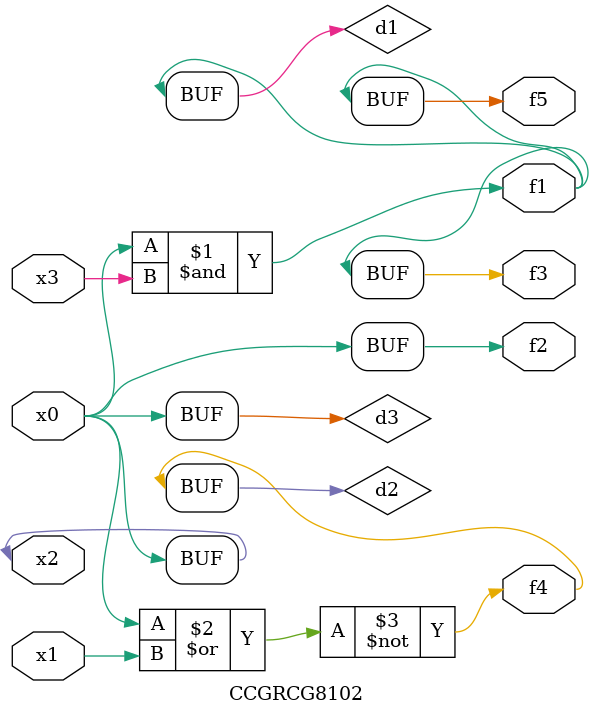
<source format=v>
module CCGRCG8102(
	input x0, x1, x2, x3,
	output f1, f2, f3, f4, f5
);

	wire d1, d2, d3;

	and (d1, x2, x3);
	nor (d2, x0, x1);
	buf (d3, x0, x2);
	assign f1 = d1;
	assign f2 = d3;
	assign f3 = d1;
	assign f4 = d2;
	assign f5 = d1;
endmodule

</source>
